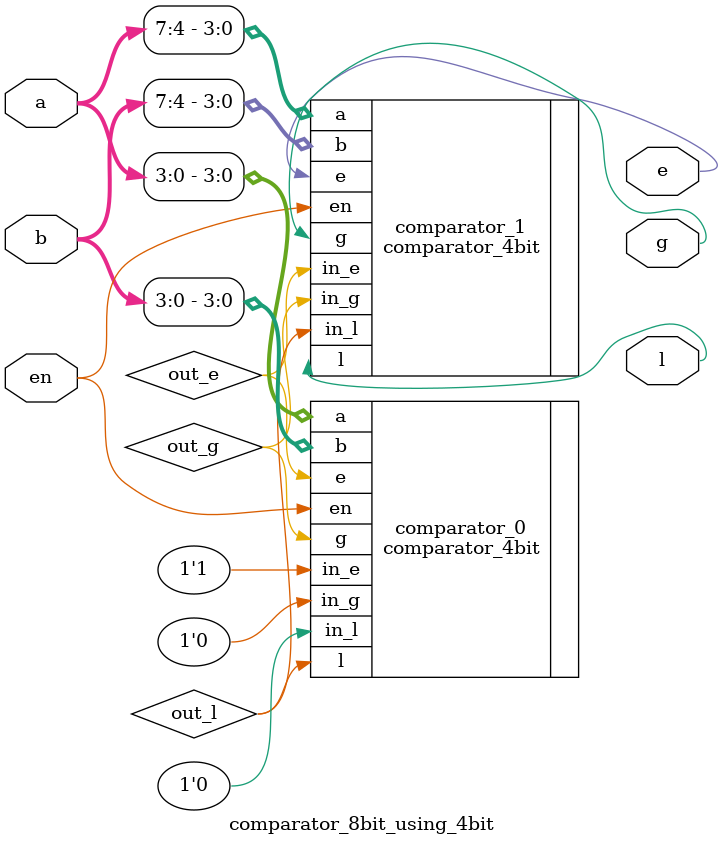
<source format=v>
`timescale 1ns / 1ps


module comparator_8bit_using_4bit(
        input [7:0] a , b ,
        input en ,
        output e , l , g  
    );
    wire out_e , out_g , out_l ;
    comparator_4bit comparator_0 (.en(en) ,.a(a[3:0]) , .b(b[3:0]) ,.in_g(1'b0) , .in_l(1'b0)
                                  ,.in_e(1'b1) , .e(out_e) , .l(out_l) ,.g(out_g) ) ;
                    
    comparator_4bit comparator_1 (.en(en) ,.a(a[7:4]) , .b(b[7:4]) ,.in_g(out_g) , .in_l(out_l)
                                  ,.in_e(out_e) , .e(e) , .l(l) ,.g(g) ) ;
    
endmodule

</source>
